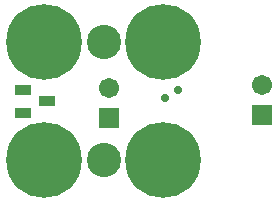
<source format=gbs>
G04*
G04 #@! TF.GenerationSoftware,Altium Limited,Altium Designer,21.7.2 (23)*
G04*
G04 Layer_Color=16711935*
%FSLAX25Y25*%
%MOIN*%
G70*
G04*
G04 #@! TF.SameCoordinates,23757FEE-CE1E-475D-8FA0-C284C61354F4*
G04*
G04*
G04 #@! TF.FilePolarity,Negative*
G04*
G01*
G75*
%ADD20R,0.06706X0.06706*%
%ADD21C,0.06706*%
%ADD22C,0.11430*%
%ADD23C,0.25210*%
%ADD24C,0.02769*%
%ADD32R,0.05721X0.03556*%
D20*
X362100Y300200D02*
D03*
X413100Y301100D02*
D03*
D21*
X362100Y310200D02*
D03*
X413100Y311100D02*
D03*
D22*
X360121Y286084D02*
D03*
Y325454D02*
D03*
D23*
X340436Y286084D02*
D03*
Y325454D02*
D03*
X379806D02*
D03*
Y286084D02*
D03*
D24*
X384800Y309400D02*
D03*
X380478Y306878D02*
D03*
D32*
X341237Y305700D02*
D03*
X333363Y309440D02*
D03*
Y301960D02*
D03*
M02*

</source>
